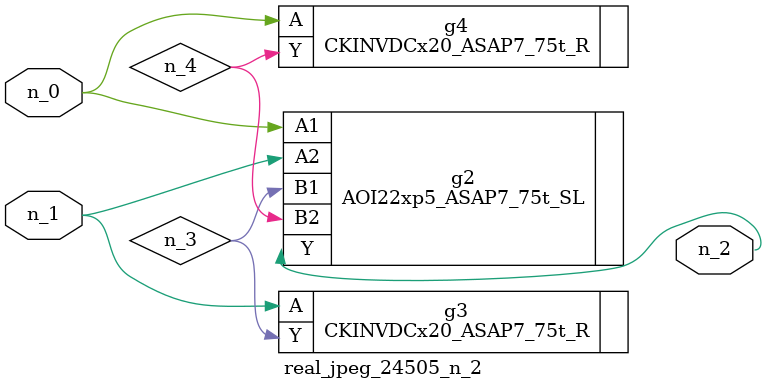
<source format=v>
module real_jpeg_24505_n_2 (n_1, n_0, n_2);

input n_1;
input n_0;

output n_2;

wire n_4;
wire n_3;

AOI22xp5_ASAP7_75t_SL g2 ( 
.A1(n_0),
.A2(n_1),
.B1(n_3),
.B2(n_4),
.Y(n_2)
);

CKINVDCx20_ASAP7_75t_R g4 ( 
.A(n_0),
.Y(n_4)
);

CKINVDCx20_ASAP7_75t_R g3 ( 
.A(n_1),
.Y(n_3)
);


endmodule
</source>
